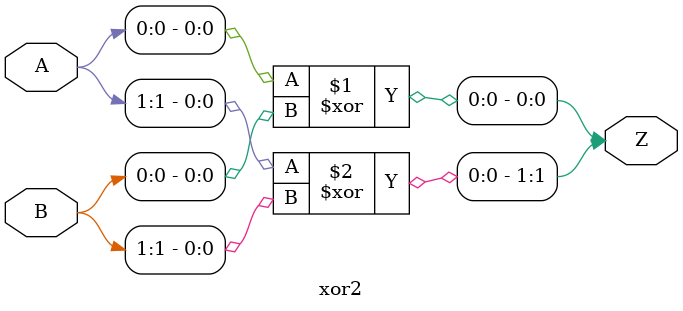
<source format=sv>
module top_module (
	input in1,
	input in2,
	input in3,
	output logic out
);

	xnor2 #(.N(2)) u1 (.A(in1), .B(in2), .Z(xor_in));

	xor2 u2 (.A(xor_in), .B(in3), .Z(out));

endmodule
module xnor2 (
	input logic [1:0] A,
	input logic [1:0] B,
	output logic [1:0] Z
);

	assign Z[0] = ~(A[0] ^ B[0]);
	assign Z[1] = ~(A[1] ^ B[1]);

endmodule
module xor2 (
	input logic [1:0] A,
	input logic [1:0] B,
	output logic [1:0] Z
);

	assign Z[0] = A[0] ^ B[0];
	assign Z[1] = A[1] ^ B[1];

endmodule

</source>
